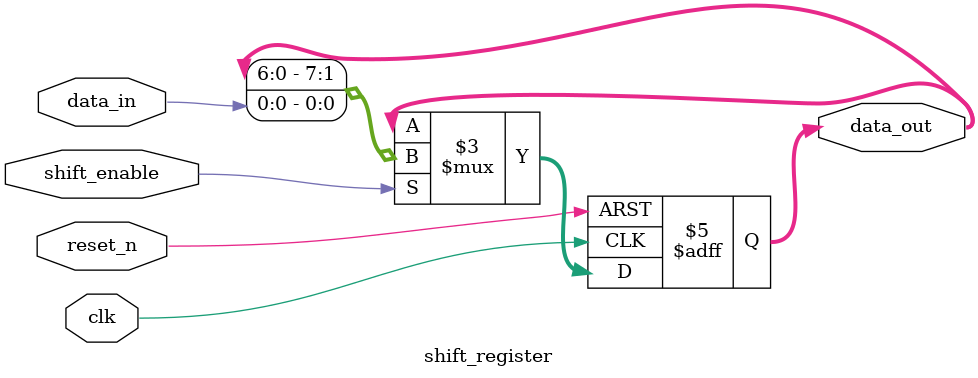
<source format=v>
module shift_register (
    input wire clk,
    input wire reset_n,
    input wire data_in,
    input wire shift_enable,
    output reg [7:0] data_out
);

always @(posedge clk or negedge reset_n) begin
    if (~reset_n) begin
        // Active-low reset
        data_out <= 8'b0;
    end else if (shift_enable) begin
        // Shift data if shift_enable is asserted
        data_out <= {data_out[6:0], data_in};
    end
end

endmodule


</source>
